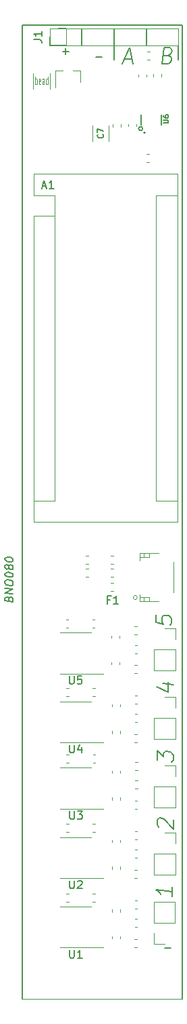
<source format=gto>
G04 #@! TF.GenerationSoftware,KiCad,Pcbnew,(6.0.6)*
G04 #@! TF.CreationDate,2022-09-02T14:12:24+02:00*
G04 #@! TF.ProjectId,PAINTREv4,5041494e-5452-4457-9634-2e6b69636164,rev?*
G04 #@! TF.SameCoordinates,Original*
G04 #@! TF.FileFunction,Legend,Top*
G04 #@! TF.FilePolarity,Positive*
%FSLAX46Y46*%
G04 Gerber Fmt 4.6, Leading zero omitted, Abs format (unit mm)*
G04 Created by KiCad (PCBNEW (6.0.6)) date 2022-09-02 14:12:24*
%MOMM*%
%LPD*%
G01*
G04 APERTURE LIST*
%ADD10C,0.150000*%
G04 #@! TA.AperFunction,Profile*
%ADD11C,0.150000*%
G04 #@! TD*
G04 #@! TA.AperFunction,Profile*
%ADD12C,0.100000*%
G04 #@! TD*
%ADD13C,0.125000*%
%ADD14C,0.120000*%
%ADD15C,0.127000*%
%ADD16C,0.200000*%
G04 APERTURE END LIST*
D10*
X142484464Y-36257142D02*
X142758273Y-36352380D01*
X142841607Y-36447619D01*
X142913035Y-36638095D01*
X142877321Y-36923809D01*
X142758273Y-37114285D01*
X142651130Y-37209523D01*
X142448750Y-37304761D01*
X141686845Y-37304761D01*
X141936845Y-35304761D01*
X142603511Y-35304761D01*
X142782083Y-35400000D01*
X142865416Y-35495238D01*
X142936845Y-35685714D01*
X142913035Y-35876190D01*
X142793988Y-36066666D01*
X142686845Y-36161904D01*
X142484464Y-36257142D01*
X141817797Y-36257142D01*
X137005892Y-36733333D02*
X137958273Y-36733333D01*
X136743988Y-37304761D02*
X137660654Y-35304761D01*
X138077321Y-37304761D01*
X142929761Y-140017916D02*
X142929761Y-141160773D01*
X142929761Y-140589345D02*
X140929761Y-140339345D01*
X141215476Y-140565535D01*
X141405952Y-140779821D01*
X141501190Y-140982202D01*
X141295238Y-132534583D02*
X141200000Y-132427440D01*
X141104761Y-132225059D01*
X141104761Y-131748869D01*
X141200000Y-131570297D01*
X141295238Y-131486964D01*
X141485714Y-131415535D01*
X141676190Y-131439345D01*
X141961904Y-131570297D01*
X143104761Y-132856011D01*
X143104761Y-131617916D01*
X141104761Y-124206011D02*
X141104761Y-122967916D01*
X141866666Y-123729821D01*
X141866666Y-123444107D01*
X141961904Y-123265535D01*
X142057142Y-123182202D01*
X142247619Y-123110773D01*
X142723809Y-123170297D01*
X142914285Y-123289345D01*
X143009523Y-123396488D01*
X143104761Y-123598869D01*
X143104761Y-124170297D01*
X143009523Y-124348869D01*
X142914285Y-124432202D01*
X141771428Y-114641726D02*
X143104761Y-114808392D01*
X141009523Y-115022678D02*
X142438095Y-115677440D01*
X142438095Y-114439345D01*
X140904761Y-106063154D02*
X140904761Y-107015535D01*
X141857142Y-107229821D01*
X141761904Y-107122678D01*
X141666666Y-106920297D01*
X141666666Y-106444107D01*
X141761904Y-106265535D01*
X141857142Y-106182202D01*
X142047619Y-106110773D01*
X142523809Y-106170297D01*
X142714285Y-106289345D01*
X142809523Y-106396488D01*
X142904761Y-106598869D01*
X142904761Y-107075059D01*
X142809523Y-107253630D01*
X142714285Y-107336964D01*
X143715000Y-36800000D02*
X143715000Y-35050000D01*
X128665000Y-32890000D02*
X129665000Y-32890000D01*
X139250000Y-45400000D02*
G75*
G03*
X139250000Y-45400000I-250000J0D01*
G01*
X131665000Y-32900000D02*
X131665000Y-35000000D01*
X127605000Y-33950000D02*
X127615000Y-35000000D01*
X139715000Y-35000000D02*
X139715000Y-32900000D01*
X127615000Y-35000000D02*
X129665000Y-35000000D01*
X135715000Y-36800000D02*
X135715000Y-32900000D01*
D11*
X144200000Y-32450000D02*
X144200000Y-154000000D01*
X124200000Y-154000000D02*
X124200000Y-32450000D01*
D12*
X124200000Y-154000000D02*
X144200000Y-154000000D01*
D11*
X124200000Y-32450000D02*
X144200000Y-32450000D01*
D10*
X142019047Y-147671428D02*
X142780952Y-147671428D01*
X133419047Y-36471428D02*
X134180952Y-36471428D01*
X129219047Y-35771428D02*
X129980952Y-35771428D01*
X129600000Y-36152380D02*
X129600000Y-35390476D01*
X122491072Y-104053959D02*
X122538691Y-103917054D01*
X122586310Y-103875387D01*
X122681548Y-103839673D01*
X122824405Y-103857530D01*
X122919643Y-103917054D01*
X122967262Y-103970626D01*
X123014881Y-104071816D01*
X123014881Y-104452768D01*
X122014881Y-104327768D01*
X122014881Y-103994435D01*
X122062501Y-103905149D01*
X122110120Y-103863483D01*
X122205358Y-103827768D01*
X122300596Y-103839673D01*
X122395834Y-103899197D01*
X122443453Y-103952768D01*
X122491072Y-104053959D01*
X122491072Y-104387292D01*
X123014881Y-103452768D02*
X122014881Y-103327768D01*
X123014881Y-102881340D01*
X122014881Y-102756340D01*
X122014881Y-102089673D02*
X122014881Y-101899197D01*
X122062501Y-101809911D01*
X122157739Y-101726578D01*
X122348215Y-101702768D01*
X122681548Y-101744435D01*
X122872024Y-101815864D01*
X122967262Y-101923006D01*
X123014881Y-102024197D01*
X123014881Y-102214673D01*
X122967262Y-102303959D01*
X122872024Y-102387292D01*
X122681548Y-102411102D01*
X122348215Y-102369435D01*
X122157739Y-102298006D01*
X122062501Y-102190864D01*
X122014881Y-102089673D01*
X122014881Y-101042054D02*
X122014881Y-100946816D01*
X122062501Y-100857530D01*
X122110120Y-100815864D01*
X122205358Y-100780149D01*
X122395834Y-100756340D01*
X122633929Y-100786102D01*
X122824405Y-100857530D01*
X122919643Y-100917054D01*
X122967262Y-100970626D01*
X123014881Y-101071816D01*
X123014881Y-101167054D01*
X122967262Y-101256340D01*
X122919643Y-101298006D01*
X122824405Y-101333721D01*
X122633929Y-101357530D01*
X122395834Y-101327768D01*
X122205358Y-101256340D01*
X122110120Y-101196816D01*
X122062501Y-101143245D01*
X122014881Y-101042054D01*
X122443453Y-100190864D02*
X122395834Y-100280149D01*
X122348215Y-100321816D01*
X122252977Y-100357530D01*
X122205358Y-100351578D01*
X122110120Y-100292054D01*
X122062501Y-100238483D01*
X122014881Y-100137292D01*
X122014881Y-99946816D01*
X122062501Y-99857530D01*
X122110120Y-99815864D01*
X122205358Y-99780149D01*
X122252977Y-99786102D01*
X122348215Y-99845626D01*
X122395834Y-99899197D01*
X122443453Y-100000387D01*
X122443453Y-100190864D01*
X122491072Y-100292054D01*
X122538691Y-100345626D01*
X122633929Y-100405149D01*
X122824405Y-100428959D01*
X122919643Y-100393245D01*
X122967262Y-100351578D01*
X123014881Y-100262292D01*
X123014881Y-100071816D01*
X122967262Y-99970626D01*
X122919643Y-99917054D01*
X122824405Y-99857530D01*
X122633929Y-99833721D01*
X122538691Y-99869435D01*
X122491072Y-99911102D01*
X122443453Y-100000387D01*
X122014881Y-99137292D02*
X122014881Y-99042054D01*
X122062501Y-98952768D01*
X122110120Y-98911102D01*
X122205358Y-98875387D01*
X122395834Y-98851578D01*
X122633929Y-98881340D01*
X122824405Y-98952768D01*
X122919643Y-99012292D01*
X122967262Y-99065864D01*
X123014881Y-99167054D01*
X123014881Y-99262292D01*
X122967262Y-99351578D01*
X122919643Y-99393245D01*
X122824405Y-99428959D01*
X122633929Y-99452768D01*
X122395834Y-99423006D01*
X122205358Y-99351578D01*
X122110120Y-99292054D01*
X122062501Y-99238483D01*
X122014881Y-99137292D01*
X126685714Y-52566666D02*
X127161904Y-52566666D01*
X126590476Y-52852380D02*
X126923809Y-51852380D01*
X127257142Y-52852380D01*
X128114285Y-52852380D02*
X127542857Y-52852380D01*
X127828571Y-52852380D02*
X127828571Y-51852380D01*
X127733333Y-51995238D01*
X127638095Y-52090476D01*
X127542857Y-52138095D01*
D13*
X125821190Y-39882380D02*
X125821190Y-38882380D01*
X125821190Y-39263333D02*
X125868809Y-39215714D01*
X125964047Y-39215714D01*
X126011666Y-39263333D01*
X126035476Y-39310952D01*
X126059285Y-39406190D01*
X126059285Y-39691904D01*
X126035476Y-39787142D01*
X126011666Y-39834761D01*
X125964047Y-39882380D01*
X125868809Y-39882380D01*
X125821190Y-39834761D01*
X126464047Y-39834761D02*
X126416428Y-39882380D01*
X126321190Y-39882380D01*
X126273571Y-39834761D01*
X126249761Y-39739523D01*
X126249761Y-39358571D01*
X126273571Y-39263333D01*
X126321190Y-39215714D01*
X126416428Y-39215714D01*
X126464047Y-39263333D01*
X126487857Y-39358571D01*
X126487857Y-39453809D01*
X126249761Y-39549047D01*
X126916428Y-39882380D02*
X126916428Y-39358571D01*
X126892619Y-39263333D01*
X126845000Y-39215714D01*
X126749761Y-39215714D01*
X126702142Y-39263333D01*
X126916428Y-39834761D02*
X126868809Y-39882380D01*
X126749761Y-39882380D01*
X126702142Y-39834761D01*
X126678333Y-39739523D01*
X126678333Y-39644285D01*
X126702142Y-39549047D01*
X126749761Y-39501428D01*
X126868809Y-39501428D01*
X126916428Y-39453809D01*
X127368809Y-39882380D02*
X127368809Y-38882380D01*
X127368809Y-39834761D02*
X127321190Y-39882380D01*
X127225952Y-39882380D01*
X127178333Y-39834761D01*
X127154523Y-39787142D01*
X127130714Y-39691904D01*
X127130714Y-39406190D01*
X127154523Y-39310952D01*
X127178333Y-39263333D01*
X127225952Y-39215714D01*
X127321190Y-39215714D01*
X127368809Y-39263333D01*
D10*
X134260714Y-46118333D02*
X134295476Y-46152142D01*
X134330238Y-46253571D01*
X134330238Y-46321190D01*
X134295476Y-46422619D01*
X134225952Y-46490238D01*
X134156428Y-46524047D01*
X134017380Y-46557857D01*
X133913095Y-46557857D01*
X133774047Y-46524047D01*
X133704523Y-46490238D01*
X133635000Y-46422619D01*
X133600238Y-46321190D01*
X133600238Y-46253571D01*
X133635000Y-46152142D01*
X133669761Y-46118333D01*
X133600238Y-45881666D02*
X133600238Y-45408333D01*
X134330238Y-45712619D01*
X135166666Y-104178571D02*
X134833333Y-104178571D01*
X134833333Y-104702380D02*
X134833333Y-103702380D01*
X135309523Y-103702380D01*
X136214285Y-104702380D02*
X135642857Y-104702380D01*
X135928571Y-104702380D02*
X135928571Y-103702380D01*
X135833333Y-103845238D01*
X135738095Y-103940476D01*
X135642857Y-103988095D01*
X125617380Y-34283333D02*
X126331666Y-34283333D01*
X126474523Y-34330952D01*
X126569761Y-34426190D01*
X126617380Y-34569047D01*
X126617380Y-34664285D01*
X126617380Y-33283333D02*
X126617380Y-33854761D01*
X126617380Y-33569047D02*
X125617380Y-33569047D01*
X125760238Y-33664285D01*
X125855476Y-33759523D01*
X125903095Y-33854761D01*
X130141095Y-130566380D02*
X130141095Y-131375904D01*
X130188714Y-131471142D01*
X130236333Y-131518761D01*
X130331571Y-131566380D01*
X130522047Y-131566380D01*
X130617285Y-131518761D01*
X130664904Y-131471142D01*
X130712523Y-131375904D01*
X130712523Y-130566380D01*
X131093476Y-130566380D02*
X131712523Y-130566380D01*
X131379190Y-130947333D01*
X131522047Y-130947333D01*
X131617285Y-130994952D01*
X131664904Y-131042571D01*
X131712523Y-131137809D01*
X131712523Y-131375904D01*
X131664904Y-131471142D01*
X131617285Y-131518761D01*
X131522047Y-131566380D01*
X131236333Y-131566380D01*
X131141095Y-131518761D01*
X131093476Y-131471142D01*
X130116095Y-139217380D02*
X130116095Y-140026904D01*
X130163714Y-140122142D01*
X130211333Y-140169761D01*
X130306571Y-140217380D01*
X130497047Y-140217380D01*
X130592285Y-140169761D01*
X130639904Y-140122142D01*
X130687523Y-140026904D01*
X130687523Y-139217380D01*
X131116095Y-139312619D02*
X131163714Y-139265000D01*
X131258952Y-139217380D01*
X131497047Y-139217380D01*
X131592285Y-139265000D01*
X131639904Y-139312619D01*
X131687523Y-139407857D01*
X131687523Y-139503095D01*
X131639904Y-139645952D01*
X131068476Y-140217380D01*
X131687523Y-140217380D01*
X130116095Y-122280380D02*
X130116095Y-123089904D01*
X130163714Y-123185142D01*
X130211333Y-123232761D01*
X130306571Y-123280380D01*
X130497047Y-123280380D01*
X130592285Y-123232761D01*
X130639904Y-123185142D01*
X130687523Y-123089904D01*
X130687523Y-122280380D01*
X131592285Y-122613714D02*
X131592285Y-123280380D01*
X131354190Y-122232761D02*
X131116095Y-122947047D01*
X131735142Y-122947047D01*
X141849523Y-44687619D02*
X142367619Y-44687619D01*
X142428571Y-44657142D01*
X142459047Y-44626666D01*
X142489523Y-44565714D01*
X142489523Y-44443809D01*
X142459047Y-44382857D01*
X142428571Y-44352380D01*
X142367619Y-44321904D01*
X141849523Y-44321904D01*
X141849523Y-43742857D02*
X141849523Y-43864761D01*
X141880000Y-43925714D01*
X141910476Y-43956190D01*
X142001904Y-44017142D01*
X142123809Y-44047619D01*
X142367619Y-44047619D01*
X142428571Y-44017142D01*
X142459047Y-43986666D01*
X142489523Y-43925714D01*
X142489523Y-43803809D01*
X142459047Y-43742857D01*
X142428571Y-43712380D01*
X142367619Y-43681904D01*
X142215238Y-43681904D01*
X142154285Y-43712380D01*
X142123809Y-43742857D01*
X142093333Y-43803809D01*
X142093333Y-43925714D01*
X142123809Y-43986666D01*
X142154285Y-44017142D01*
X142215238Y-44047619D01*
X130091095Y-113685380D02*
X130091095Y-114494904D01*
X130138714Y-114590142D01*
X130186333Y-114637761D01*
X130281571Y-114685380D01*
X130472047Y-114685380D01*
X130567285Y-114637761D01*
X130614904Y-114590142D01*
X130662523Y-114494904D01*
X130662523Y-113685380D01*
X131614904Y-113685380D02*
X131138714Y-113685380D01*
X131091095Y-114161571D01*
X131138714Y-114113952D01*
X131233952Y-114066333D01*
X131472047Y-114066333D01*
X131567285Y-114113952D01*
X131614904Y-114161571D01*
X131662523Y-114256809D01*
X131662523Y-114494904D01*
X131614904Y-114590142D01*
X131567285Y-114637761D01*
X131472047Y-114685380D01*
X131233952Y-114685380D01*
X131138714Y-114637761D01*
X131091095Y-114590142D01*
X130116095Y-147880380D02*
X130116095Y-148689904D01*
X130163714Y-148785142D01*
X130211333Y-148832761D01*
X130306571Y-148880380D01*
X130497047Y-148880380D01*
X130592285Y-148832761D01*
X130639904Y-148785142D01*
X130687523Y-148689904D01*
X130687523Y-147880380D01*
X131687523Y-148880380D02*
X131116095Y-148880380D01*
X131401809Y-148880380D02*
X131401809Y-147880380D01*
X131306571Y-148023238D01*
X131211333Y-148118476D01*
X131116095Y-148166095D01*
D14*
X125600000Y-56270000D02*
X125600000Y-94500000D01*
X125600000Y-51060000D02*
X125600000Y-53730000D01*
X140970000Y-91830000D02*
X143640000Y-91830000D01*
X143640000Y-94500000D02*
X143640000Y-51060000D01*
X128270000Y-56270000D02*
X128270000Y-53730000D01*
X143640000Y-51060000D02*
X125600000Y-51060000D01*
X125600000Y-94500000D02*
X143640000Y-94500000D01*
X140970000Y-53730000D02*
X140970000Y-91830000D01*
X128270000Y-53730000D02*
X125600000Y-53730000D01*
X128270000Y-91830000D02*
X125600000Y-91830000D01*
X128270000Y-56270000D02*
X125600000Y-56270000D01*
X140970000Y-53730000D02*
X143640000Y-53730000D01*
X128270000Y-56270000D02*
X128270000Y-91830000D01*
X135369000Y-108647420D02*
X135369000Y-108928580D01*
X136389000Y-108647420D02*
X136389000Y-108928580D01*
X125545000Y-40480000D02*
X125545000Y-38480000D01*
X127685000Y-38480000D02*
X127685000Y-40480000D01*
X135020000Y-47000000D02*
X135020000Y-45000000D01*
X132980000Y-45000000D02*
X132980000Y-47000000D01*
X135237221Y-103110000D02*
X135562779Y-103110000D01*
X135237221Y-102090000D02*
X135562779Y-102090000D01*
X135237221Y-101310000D02*
X135562779Y-101310000D01*
X135237221Y-100290000D02*
X135562779Y-100290000D01*
X132149721Y-99710000D02*
X132475279Y-99710000D01*
X132149721Y-98690000D02*
X132475279Y-98690000D01*
X132137221Y-100290000D02*
X132462779Y-100290000D01*
X132137221Y-101310000D02*
X132462779Y-101310000D01*
X135249721Y-99710000D02*
X135575279Y-99710000D01*
X135249721Y-98690000D02*
X135575279Y-98690000D01*
X127605000Y-32890000D02*
X128665000Y-32890000D01*
X127605000Y-33950000D02*
X127605000Y-32890000D01*
X143725000Y-35010000D02*
X143725000Y-32890000D01*
X129665000Y-32890000D02*
X143725000Y-32890000D01*
X129665000Y-35010000D02*
X129665000Y-32890000D01*
X129665000Y-35010000D02*
X143725000Y-35010000D01*
X138600000Y-103900000D02*
G75*
G03*
X138600000Y-103900000I-250000J0D01*
G01*
X138925000Y-104400000D02*
X138925000Y-103500000D01*
X139425000Y-103900000D02*
X139425000Y-104400000D01*
X140125000Y-98400000D02*
X140125000Y-98900000D01*
X140125000Y-98900000D02*
X140125000Y-98900000D01*
X140125000Y-98900000D02*
X138925000Y-98900000D01*
X139425000Y-98400000D02*
X139425000Y-98900000D01*
X139425000Y-98900000D02*
X139425000Y-98900000D01*
X139425000Y-98400000D02*
X139425000Y-98400000D01*
X140125000Y-104400000D02*
X140125000Y-104400000D01*
X140125000Y-98900000D02*
X140125000Y-98400000D01*
X141275000Y-104400000D02*
X138925000Y-104400000D01*
X138925000Y-98400000D02*
X138925000Y-99300000D01*
X139425000Y-104400000D02*
X139425000Y-103900000D01*
X138925000Y-103900000D02*
X138925000Y-103900000D01*
X138925000Y-98900000D02*
X138925000Y-98900000D01*
X140125000Y-103900000D02*
X140125000Y-103900000D01*
X140125000Y-98900000D02*
X140125000Y-98900000D01*
X139425000Y-98900000D02*
X139425000Y-98400000D01*
X140125000Y-98400000D02*
X140125000Y-98400000D01*
X143175000Y-103300000D02*
X143175000Y-99500000D01*
X140125000Y-103900000D02*
X138925000Y-103900000D01*
X140125000Y-103900000D02*
X140125000Y-103900000D01*
X139425000Y-103900000D02*
X139425000Y-103900000D01*
X138925000Y-103900000D02*
X140125000Y-103900000D01*
X140125000Y-103900000D02*
X140125000Y-104400000D01*
X141275000Y-98400000D02*
X138925000Y-98400000D01*
X140125000Y-104400000D02*
X140125000Y-103900000D01*
X138925000Y-98900000D02*
X140125000Y-98900000D01*
X139425000Y-104400000D02*
X139425000Y-104400000D01*
X140090279Y-48540000D02*
X139764721Y-48540000D01*
X140090279Y-49560000D02*
X139764721Y-49560000D01*
X138622580Y-127716000D02*
X138341420Y-127716000D01*
X138622580Y-126696000D02*
X138341420Y-126696000D01*
X129698721Y-123521000D02*
X130024279Y-123521000D01*
X129698721Y-124541000D02*
X130024279Y-124541000D01*
X135394000Y-146170420D02*
X135394000Y-146451580D01*
X136414000Y-146170420D02*
X136414000Y-146451580D01*
X140152779Y-36810000D02*
X139827221Y-36810000D01*
X140152779Y-35790000D02*
X139827221Y-35790000D01*
X136414000Y-142842420D02*
X136414000Y-143123580D01*
X135394000Y-142842420D02*
X135394000Y-143123580D01*
X133010420Y-115240000D02*
X133291580Y-115240000D01*
X133010420Y-116260000D02*
X133291580Y-116260000D01*
X130903000Y-130274000D02*
X128953000Y-130274000D01*
X130903000Y-125154000D02*
X132853000Y-125154000D01*
X130903000Y-130274000D02*
X134353000Y-130274000D01*
X130903000Y-125154000D02*
X128953000Y-125154000D01*
X136414000Y-137507420D02*
X136414000Y-137788580D01*
X135394000Y-137507420D02*
X135394000Y-137788580D01*
X133010420Y-141855000D02*
X133291580Y-141855000D01*
X133010420Y-140835000D02*
X133291580Y-140835000D01*
X138606779Y-141724000D02*
X138281221Y-141724000D01*
X138606779Y-142744000D02*
X138281221Y-142744000D01*
X129648721Y-106640000D02*
X129974279Y-106640000D01*
X129648721Y-107660000D02*
X129974279Y-107660000D01*
X138597580Y-119430000D02*
X138316420Y-119430000D01*
X138597580Y-118410000D02*
X138316420Y-118410000D01*
X138303420Y-110855000D02*
X138584580Y-110855000D01*
X138303420Y-109835000D02*
X138584580Y-109835000D01*
X140695000Y-127480000D02*
X143355000Y-127480000D01*
X140695000Y-130080000D02*
X143355000Y-130080000D01*
X143355000Y-124880000D02*
X143355000Y-126210000D01*
X142025000Y-124880000D02*
X143355000Y-124880000D01*
X143355000Y-127480000D02*
X143355000Y-130080000D01*
X140695000Y-127480000D02*
X140695000Y-130080000D01*
X141620000Y-38599721D02*
X141620000Y-38925279D01*
X140600000Y-38599721D02*
X140600000Y-38925279D01*
X129673721Y-133192000D02*
X129999279Y-133192000D01*
X129673721Y-132172000D02*
X129999279Y-132172000D01*
X140695000Y-121540000D02*
X143355000Y-121540000D01*
X140695000Y-118940000D02*
X143355000Y-118940000D01*
X140695000Y-118940000D02*
X140695000Y-121540000D01*
X143355000Y-116340000D02*
X143355000Y-117670000D01*
X143355000Y-118940000D02*
X143355000Y-121540000D01*
X142025000Y-116340000D02*
X143355000Y-116340000D01*
X133035420Y-123521000D02*
X133316580Y-123521000D01*
X133035420Y-124541000D02*
X133316580Y-124541000D01*
X138581779Y-107529000D02*
X138256221Y-107529000D01*
X138581779Y-108549000D02*
X138256221Y-108549000D01*
X136439000Y-128856420D02*
X136439000Y-129137580D01*
X135419000Y-128856420D02*
X135419000Y-129137580D01*
X135394000Y-134179420D02*
X135394000Y-134460580D01*
X136414000Y-134179420D02*
X136414000Y-134460580D01*
X143355000Y-135877000D02*
X143355000Y-138477000D01*
X140695000Y-135877000D02*
X140695000Y-138477000D01*
X140695000Y-135877000D02*
X143355000Y-135877000D01*
X140695000Y-138477000D02*
X143355000Y-138477000D01*
X142025000Y-133277000D02*
X143355000Y-133277000D01*
X143355000Y-133277000D02*
X143355000Y-134607000D01*
X130878000Y-138925000D02*
X134328000Y-138925000D01*
X130878000Y-138925000D02*
X128928000Y-138925000D01*
X130878000Y-133805000D02*
X132828000Y-133805000D01*
X130878000Y-133805000D02*
X128928000Y-133805000D01*
X138631779Y-124410000D02*
X138306221Y-124410000D01*
X138631779Y-125430000D02*
X138306221Y-125430000D01*
X138606779Y-134081000D02*
X138281221Y-134081000D01*
X138606779Y-133061000D02*
X138281221Y-133061000D01*
X138597580Y-144010000D02*
X138316420Y-144010000D01*
X138597580Y-145030000D02*
X138316420Y-145030000D01*
X135394000Y-117242420D02*
X135394000Y-117523580D01*
X136414000Y-117242420D02*
X136414000Y-117523580D01*
X130878000Y-121988000D02*
X128928000Y-121988000D01*
X130878000Y-121988000D02*
X134328000Y-121988000D01*
X130878000Y-116868000D02*
X132828000Y-116868000D01*
X130878000Y-116868000D02*
X128928000Y-116868000D01*
X140670000Y-144520000D02*
X140670000Y-141920000D01*
X143330000Y-144520000D02*
X140670000Y-144520000D01*
X143330000Y-144520000D02*
X143330000Y-141920000D01*
X143330000Y-141920000D02*
X140670000Y-141920000D01*
X142000000Y-147120000D02*
X140670000Y-147120000D01*
X140670000Y-147120000D02*
X140670000Y-145790000D01*
X140695000Y-112965000D02*
X143355000Y-112965000D01*
X143355000Y-107765000D02*
X143355000Y-109095000D01*
X140695000Y-110365000D02*
X143355000Y-110365000D01*
X143355000Y-110365000D02*
X143355000Y-112965000D01*
X140695000Y-110365000D02*
X140695000Y-112965000D01*
X142025000Y-107765000D02*
X143355000Y-107765000D01*
X136389000Y-111975420D02*
X136389000Y-112256580D01*
X135369000Y-111975420D02*
X135369000Y-112256580D01*
X138556279Y-113375000D02*
X138230721Y-113375000D01*
X138556279Y-112355000D02*
X138230721Y-112355000D01*
X138730000Y-38629721D02*
X138730000Y-38955279D01*
X139750000Y-38629721D02*
X139750000Y-38955279D01*
D15*
X139115000Y-44900000D02*
X139115000Y-43700000D01*
X141590000Y-44900000D02*
X141590000Y-43700000D01*
D16*
X139590000Y-45900000D02*
G75*
G03*
X139590000Y-45900000I-100000J0D01*
G01*
D14*
X129673721Y-140835000D02*
X129999279Y-140835000D01*
X129673721Y-141855000D02*
X129999279Y-141855000D01*
X138581279Y-120950000D02*
X138255721Y-120950000D01*
X138581279Y-121970000D02*
X138255721Y-121970000D01*
X138581279Y-138907000D02*
X138255721Y-138907000D01*
X138581279Y-137887000D02*
X138255721Y-137887000D01*
X138581279Y-147570000D02*
X138255721Y-147570000D01*
X138581279Y-146550000D02*
X138255721Y-146550000D01*
X138606279Y-130256000D02*
X138280721Y-130256000D01*
X138606279Y-129236000D02*
X138280721Y-129236000D01*
X138597580Y-135347000D02*
X138316420Y-135347000D01*
X138597580Y-136367000D02*
X138316420Y-136367000D01*
X130853000Y-113393000D02*
X128903000Y-113393000D01*
X130853000Y-108273000D02*
X128903000Y-108273000D01*
X130853000Y-108273000D02*
X132803000Y-108273000D01*
X130853000Y-113393000D02*
X134303000Y-113393000D01*
X136510000Y-44837221D02*
X136510000Y-45162779D01*
X135490000Y-44837221D02*
X135490000Y-45162779D01*
X133010420Y-133192000D02*
X133291580Y-133192000D01*
X133010420Y-132172000D02*
X133291580Y-132172000D01*
X132985420Y-106640000D02*
X133266580Y-106640000D01*
X132985420Y-107660000D02*
X133266580Y-107660000D01*
X129673721Y-116260000D02*
X129999279Y-116260000D01*
X129673721Y-115240000D02*
X129999279Y-115240000D01*
X135394000Y-120570420D02*
X135394000Y-120851580D01*
X136414000Y-120570420D02*
X136414000Y-120851580D01*
X138510000Y-45140580D02*
X138510000Y-44859420D01*
X137490000Y-45140580D02*
X137490000Y-44859420D01*
X130878000Y-142468000D02*
X128928000Y-142468000D01*
X130878000Y-147588000D02*
X134328000Y-147588000D01*
X130878000Y-147588000D02*
X128928000Y-147588000D01*
X130878000Y-142468000D02*
X132828000Y-142468000D01*
X138606779Y-116124000D02*
X138281221Y-116124000D01*
X138606779Y-117144000D02*
X138281221Y-117144000D01*
X136439000Y-125528420D02*
X136439000Y-125809580D01*
X135419000Y-125528420D02*
X135419000Y-125809580D01*
X128335000Y-38140000D02*
X128335000Y-40300000D01*
X131495000Y-38140000D02*
X130565000Y-38140000D01*
X131495000Y-38140000D02*
X131495000Y-39600000D01*
X128335000Y-38140000D02*
X129265000Y-38140000D01*
M02*

</source>
